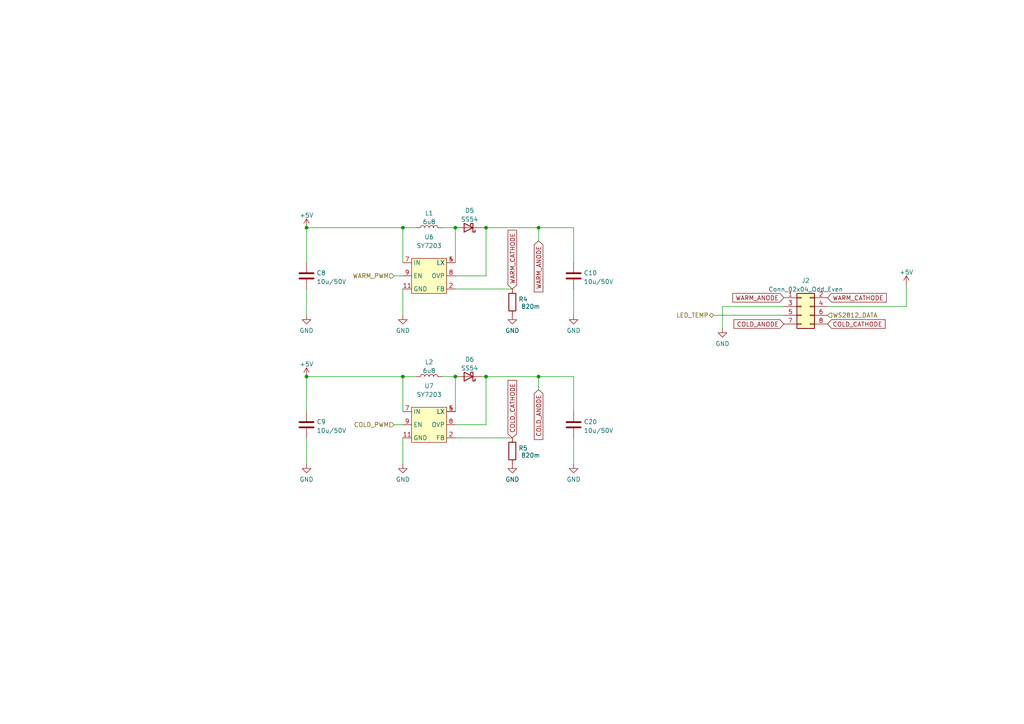
<source format=kicad_sch>
(kicad_sch (version 20230121) (generator eeschema)
  (paper "A4")
  (lib_symbols
    (symbol "Connector_Generic:Conn_02x04_Odd_Even" (pin_names (offset 1.016) hide)
      (property "Reference" "J" (at 1.27 5.08 0))
      (property "Value" "Conn_02x04_Odd_Even" (at 1.27 -7.62 0))
      (symbol "Conn_02x04_Odd_Even_1_1"
        (rectangle (start -1.27 -4.953) (end 0 -5.207) (stroke (width 0.1524)))
        (rectangle (start -1.27 -2.413) (end 0 -2.667) (stroke (width 0.1524)))
        (rectangle (start -1.27 0.127) (end 0 -0.127) (stroke (width 0.1524)))
        (rectangle (start -1.27 2.667) (end 0 2.413) (stroke (width 0.1524)))
        (rectangle (start -1.27 3.81) (end 3.81 -6.35) (stroke (width 0.254)) (fill (type background)))
        (rectangle (start 3.81 -4.953) (end 2.54 -5.207) (stroke (width 0.1524)))
        (rectangle (start 3.81 -2.413) (end 2.54 -2.667) (stroke (width 0.1524)))
        (rectangle (start 3.81 0.127) (end 2.54 -0.127) (stroke (width 0.1524)))
        (rectangle (start 3.81 2.667) (end 2.54 2.413) (stroke (width 0.1524)))
        (pin passive line (at -5.08 2.54 0) (length 3.81) (name "Pin_1") (number "1"))
        (pin passive line (at 7.62 2.54 180) (length 3.81) (name "Pin_2") (number "2"))
        (pin passive line (at -5.08 0 0) (length 3.81) (name "Pin_3") (number "3"))
        (pin passive line (at 7.62 0 180) (length 3.81) (name "Pin_4") (number "4"))
        (pin passive line (at -5.08 -2.54 0) (length 3.81) (name "Pin_5") (number "5"))
        (pin passive line (at 7.62 -2.54 180) (length 3.81) (name "Pin_6") (number "6"))
        (pin passive line (at -5.08 -5.08 0) (length 3.81) (name "Pin_7") (number "7"))
        (pin passive line (at 7.62 -5.08 180) (length 3.81) (name "Pin_8") (number "8"))
      )
    )
    (symbol "Device:C" (pin_numbers hide) (pin_names (offset 0.254))
      (property "Reference" "C" (at 0.635 2.54 0))
      (property "Value" "C" (at 0.635 -2.54 0))
      (symbol "C_0_1"
        (polyline (pts (xy -2.032 -0.762) (xy 2.032 -0.762)) (stroke (width 0.508)))
        (polyline (pts (xy -2.032 0.762) (xy 2.032 0.762)) (stroke (width 0.508)))
      )
      (symbol "C_1_1"
        (pin passive line (at 0 3.81 270) (length 2.794) (name "~") (number "1"))
        (pin passive line (at 0 -3.81 90) (length 2.794) (name "~") (number "2"))
      )
    )
    (symbol "Device:D_Schottky" (pin_numbers hide) (pin_names (offset 1.016) hide)
      (property "Reference" "D" (at 0 2.54 0))
      (property "Value" "D_Schottky" (at 0 -2.54 0))
      (symbol "D_Schottky_0_1"
        (polyline (pts (xy 1.27 0) (xy -1.27 0)))
        (polyline (pts (xy 1.27 1.27) (xy 1.27 -1.27) (xy -1.27 0) (xy 1.27 1.27)) (stroke (width 0.254)))
        (polyline (pts (xy -1.905 0.635) (xy -1.905 1.27) (xy -1.27 1.27) (xy -1.27 -1.27) (xy -0.635 -1.27) (xy -0.635 -0.635)) (stroke (width 0.254)))
      )
      (symbol "D_Schottky_1_1"
        (pin passive line (at -3.81 0 0) (length 2.54) (name "K") (number "1"))
        (pin passive line (at 3.81 0 180) (length 2.54) (name "A") (number "2"))
      )
    )
    (symbol "Device:L" (pin_numbers hide) (pin_names (offset 1.016) hide)
      (property "Reference" "L" (at -1.27 0 90))
      (property "Value" "L" (at 1.905 0 90))
      (symbol "L_0_1"
        (arc (start 0 -2.54) (mid 0.6323 -1.905) (end 0 -1.27))
        (arc (start 0 -1.27) (mid 0.6323 -0.635) (end 0 0))
        (arc (start 0 0) (mid 0.6323 0.635) (end 0 1.27))
        (arc (start 0 1.27) (mid 0.6323 1.905) (end 0 2.54))
      )
      (symbol "L_1_1"
        (pin passive line (at 0 3.81 270) (length 1.27) (name "1") (number "1"))
        (pin passive line (at 0 -3.81 90) (length 1.27) (name "2") (number "2"))
      )
    )
    (symbol "Device:R" (pin_numbers hide) (pin_names (offset 0))
      (property "Reference" "R" (at 2.032 0 90))
      (property "Value" "R" (at 0 0 90))
      (symbol "R_0_1"
        (rectangle (start -1.016 -2.54) (end 1.016 2.54) (stroke (width 0.254)))
      )
      (symbol "R_1_1"
        (pin passive line (at 0 3.81 270) (length 1.27) (name "~") (number "1"))
        (pin passive line (at 0 -3.81 90) (length 1.27) (name "~") (number "2"))
      )
    )
    (symbol "PaLampa_Library:SY7203"
      (property "Reference" "U?" (at 0 11.2658 0))
      (property "Value" "SY7203" (at 0 8.7289 0))
      (symbol "SY7203_0_1"
        (rectangle (start -5.08 5.08) (end 5.08 -5.08) (stroke (width 0.1524)) (fill (type background)))
      )
      (symbol "SY7203_1_1"
        (pin input line (at -7.62 -3.81 0) (length 2.54) (name "GND") (number "11"))
        (pin input line (at 7.62 -3.81 180) (length 2.54) (name "FB") (number "2"))
        (pin input line (at 7.62 3.81 180) (length 2.54) (name "LX") (number "4"))
        (pin input line (at 7.62 3.81 180) (length 2.54) (name "LX") (number "5"))
        (pin input line (at -7.62 3.81 0) (length 2.54) (name "IN") (number "7"))
        (pin input line (at 7.62 0 180) (length 2.54) (name "OVP") (number "8"))
        (pin input line (at -7.62 0 0) (length 2.54) (name "EN") (number "9"))
      )
    )
    (symbol "power:+5V" (power) (pin_names (offset 0))
      (property "Value" "+5V" (at 0 3.556 0))
      (symbol "+5V_0_1"
        (polyline (pts (xy -0.762 1.27) (xy 0 2.54)))
        (polyline (pts (xy 0 0) (xy 0 2.54)))
        (polyline (pts (xy 0 2.54) (xy 0.762 1.27)))
      )
      (symbol "+5V_1_1"
        (pin power_in line (at 0 0 90) (length 0) hide (name "+5V") (number "1"))
      )
    )
    (symbol "power:GND" (power) (pin_names (offset 0))
      (property "Value" "GND" (at 0 -3.81 0))
      (symbol "GND_0_1"
        (polyline (pts (xy 0 0) (xy 0 -1.27) (xy 1.27 -1.27) (xy 0 -2.54) (xy -1.27 -1.27) (xy 0 -1.27)))
      )
      (symbol "GND_1_1"
        (pin power_in line (at 0 0 270) (length 0) hide (name "GND") (number "1"))
      )
    )
  )
  (junction (at 132.08 66.04))
  (junction (at 116.84 109.22))
  (junction (at 132.08 109.22))
  (junction (at 88.9 66.04))
  (junction (at 156.21 109.22))
  (junction (at 140.97 109.22))
  (junction (at 88.9 109.22))
  (junction (at 116.84 66.04))
  (junction (at 140.97 66.04))
  (junction (at 156.21 66.04))
  (wire (pts (xy 156.21 109.22) (xy 166.37 109.22)))
  (wire (pts (xy 88.9 66.04) (xy 88.9 76.2)))
  (wire (pts (xy 88.9 109.22) (xy 88.9 119.38)))
  (wire (pts (xy 166.37 83.82) (xy 166.37 91.44)))
  (wire (pts (xy 207.01 91.44) (xy 227.33 91.44)))
  (wire (pts (xy 88.9 66.04) (xy 116.84 66.04)))
  (wire (pts (xy 116.84 83.82) (xy 116.84 91.44)))
  (wire (pts (xy 209.55 88.9) (xy 209.55 95.25)))
  (wire (pts (xy 156.21 66.04) (xy 166.37 66.04)))
  (wire (pts (xy 88.9 127) (xy 88.9 134.62)))
  (wire (pts (xy 132.08 109.22) (xy 128.27 109.22)))
  (wire (pts (xy 132.08 66.04) (xy 128.27 66.04)))
  (wire (pts (xy 262.89 88.9) (xy 240.03 88.9)))
  (wire (pts (xy 116.84 109.22) (xy 120.65 109.22)))
  (wire (pts (xy 114.3 80.01) (xy 116.84 80.01)))
  (wire (pts (xy 166.37 66.04) (xy 166.37 76.2)))
  (wire (pts (xy 116.84 66.04) (xy 120.65 66.04)))
  (wire (pts (xy 140.97 80.01) (xy 140.97 66.04)))
  (wire (pts (xy 116.84 66.04) (xy 116.84 76.2)))
  (wire (pts (xy 262.89 82.55) (xy 262.89 88.9)))
  (wire (pts (xy 156.21 109.22) (xy 156.21 113.03)))
  (wire (pts (xy 132.08 119.38) (xy 132.08 109.22)))
  (wire (pts (xy 140.97 123.19) (xy 140.97 109.22)))
  (wire (pts (xy 116.84 127) (xy 116.84 134.62)))
  (wire (pts (xy 132.08 80.01) (xy 140.97 80.01)))
  (wire (pts (xy 132.08 83.82) (xy 148.59 83.82)))
  (wire (pts (xy 140.97 109.22) (xy 156.21 109.22)))
  (wire (pts (xy 139.7 66.04) (xy 140.97 66.04)))
  (wire (pts (xy 116.84 109.22) (xy 116.84 119.38)))
  (wire (pts (xy 139.7 109.22) (xy 140.97 109.22)))
  (wire (pts (xy 132.08 127) (xy 148.59 127)))
  (wire (pts (xy 156.21 66.04) (xy 156.21 69.85)))
  (wire (pts (xy 140.97 66.04) (xy 156.21 66.04)))
  (wire (pts (xy 114.3 123.19) (xy 116.84 123.19)))
  (wire (pts (xy 132.08 76.2) (xy 132.08 66.04)))
  (wire (pts (xy 88.9 109.22) (xy 116.84 109.22)))
  (wire (pts (xy 166.37 109.22) (xy 166.37 119.38)))
  (wire (pts (xy 88.9 83.82) (xy 88.9 91.44)))
  (wire (pts (xy 132.08 123.19) (xy 140.97 123.19)))
  (wire (pts (xy 227.33 88.9) (xy 209.55 88.9)))
  (wire (pts (xy 166.37 127) (xy 166.37 134.62)))
  (global_label "COLD_CATHODE" (shape input) (at 148.59 127 90) (property "Intersheetrefs" "${INTERSHEET_REFS}" (effects hide)))
  (global_label "WARM_ANODE" (shape input) (at 156.21 69.85 270) (property "Intersheetrefs" "${INTERSHEET_REFS}" (effects hide)))
  (global_label "COLD_ANODE" (shape input) (at 156.21 113.03 270) (property "Intersheetrefs" "${INTERSHEET_REFS}" (effects hide)))
  (global_label "WARM_CATHODE" (shape input) (at 240.03 86.36 0) (property "Intersheetrefs" "${INTERSHEET_REFS}" (effects hide)))
  (global_label "COLD_CATHODE" (shape input) (at 240.03 93.98 0) (property "Intersheetrefs" "${INTERSHEET_REFS}" (effects hide)))
  (global_label "WARM_CATHODE" (shape input) (at 148.59 83.82 90) (property "Intersheetrefs" "${INTERSHEET_REFS}" (effects hide)))
  (global_label "WARM_ANODE" (shape input) (at 227.33 86.36 180) (property "Intersheetrefs" "${INTERSHEET_REFS}" (effects hide)))
  (global_label "COLD_ANODE" (shape input) (at 227.33 93.98 180) (property "Intersheetrefs" "${INTERSHEET_REFS}" (effects hide)))
  (hierarchical_label "COLD_PWM" (shape input) (at 114.3 123.19 180))
  (hierarchical_label "WARM_PWM" (shape input) (at 114.3 80.01 180))
  (hierarchical_label "LED_TEMP" (shape bidirectional) (at 207.01 91.44 180))
  (hierarchical_label "WS2812_DATA" (shape input) (at 240.03 91.44 0))
  (symbol (lib_id "power:GND") (at 148.59 134.62 0) (unit 1)
    (property "Reference" "#PWR0112" (effects hide))
    (property "Value" "GND" (at 148.59 139.0634 0))
  )
  (symbol (lib_id "power:GND") (at 88.9 134.62 0) (unit 1)
    (property "Reference" "#PWR0119" (effects hide))
    (property "Value" "GND" (at 88.9 139.0634 0))
  )
  (symbol (lib_id "Device:L") (at 124.46 66.04 90) (unit 1)
    (property "Reference" "L1" (at 124.46 61.8322 90))
    (property "Value" "6u8" (at 124.46 64.3691 90))
    (property "Footprint" "PaLampa_Library:L_Cenker_CKCS5040" (effects hide))
    (property "LCSC" "C354608" (effects hide))
  )
  (symbol (lib_id "Device:D_Schottky") (at 135.89 109.22 180) (unit 1)
    (property "Reference" "D6" (at 136.2075 104.2502 0))
    (property "Value" "SS54" (at 136.2075 106.7871 0))
    (property "Footprint" "Diode_SMD:D_SMA" (effects hide))
    (property "LCSC" "C22452" (effects hide))
  )
  (symbol (lib_id "Device:D_Schottky") (at 135.89 66.04 180) (unit 1)
    (property "Reference" "D5" (at 136.2075 61.0702 0))
    (property "Value" "SS54" (at 136.2075 63.6071 0))
    (property "Footprint" "Diode_SMD:D_SMA" (effects hide))
    (property "LCSC" "C22452" (effects hide))
  )
  (symbol (lib_id "power:GND") (at 166.37 134.62 0) (unit 1)
    (property "Reference" "#PWR0111" (effects hide))
    (property "Value" "GND" (at 166.37 139.0634 0))
  )
  (symbol (lib_id "Device:C") (at 166.37 123.19 0) (unit 1)
    (property "Reference" "C20" (at 169.291 122.3553 0) (effects (justify left)))
    (property "Value" "10u/50V" (at 169.291 124.8922 0) (effects (justify left)))
    (property "Footprint" "Capacitor_SMD:C_1206_3216Metric" (effects hide))
    (property "LCSC" "C13585" (effects hide))
  )
  (symbol (lib_id "Device:C") (at 166.37 80.01 0) (unit 1)
    (property "Reference" "C10" (at 169.291 79.1753 0) (effects (justify left)))
    (property "Value" "10u/50V" (at 169.291 81.7122 0) (effects (justify left)))
    (property "Footprint" "Capacitor_SMD:C_1206_3216Metric" (effects hide))
    (property "LCSC" "C13585" (effects hide))
  )
  (symbol (lib_id "Connector_Generic:Conn_02x04_Odd_Even") (at 232.41 88.9 0) (unit 1)
    (property "Reference" "J2" (at 233.68 81.3902 0))
    (property "Value" "Conn_02x04_Odd_Even" (at 233.68 83.9271 0))
    (property "Footprint" "Connector_IDC:IDC-Header_2x04_P2.54mm_Vertical" (effects hide))
  )
  (symbol (lib_id "power:GND") (at 116.84 134.62 0) (unit 1)
    (property "Reference" "#PWR0120" (effects hide))
    (property "Value" "GND" (at 116.84 139.0634 0))
  )
  (symbol (lib_id "Device:L") (at 124.46 109.22 90) (unit 1)
    (property "Reference" "L2" (at 124.46 105.0122 90))
    (property "Value" "6u8" (at 124.46 107.5491 90))
    (property "Footprint" "PaLampa_Library:L_Cenker_CKCS5040" (effects hide))
    (property "LCSC" "C354608" (effects hide))
  )
  (symbol (lib_id "power:GND") (at 148.59 91.44 0) (unit 1)
    (property "Reference" "#PWR0122" (effects hide))
    (property "Value" "GND" (at 148.59 95.8834 0))
  )
  (symbol (lib_id "PaLampa_Library:SY7203") (at 124.46 123.19 0) (unit 1)
    (property "Reference" "U7" (at 124.46 111.9242 0))
    (property "Value" "SY7203" (at 124.46 114.4611 0))
    (property "Footprint" "PaLampa_Library:DFN-10-1EP_3x3mm_P0.5mm_EP1.75x2.6mm" (effects hide))
    (property "LCSC" "C125894" (effects hide))
  )
  (symbol (lib_id "Device:C") (at 88.9 123.19 0) (unit 1)
    (property "Reference" "C9" (at 91.821 122.3553 0) (effects (justify left)))
    (property "Value" "10u/50V" (at 91.821 124.8922 0) (effects (justify left)))
    (property "Footprint" "Capacitor_SMD:C_1206_3216Metric" (effects hide))
    (property "LCSC" "C13585" (effects hide))
  )
  (symbol (lib_id "power:GND") (at 166.37 91.44 0) (unit 1)
    (property "Reference" "#PWR0121" (effects hide))
    (property "Value" "GND" (at 166.37 95.8834 0))
  )
  (symbol (lib_id "PaLampa_Library:SY7203") (at 124.46 80.01 0) (unit 1)
    (property "Reference" "U6" (at 124.46 68.7442 0))
    (property "Value" "SY7203" (at 124.46 71.2811 0))
    (property "Footprint" "PaLampa_Library:DFN-10-1EP_3x3mm_P0.5mm_EP1.75x2.6mm" (effects hide))
    (property "LCSC" "C125894" (effects hide))
  )
  (symbol (lib_id "power:GND") (at 88.9 91.44 0) (unit 1)
    (property "Reference" "#PWR0114" (effects hide))
    (property "Value" "GND" (at 88.9 95.8834 0))
  )
  (symbol (lib_id "Device:R") (at 148.59 87.63 0) (unit 1)
    (property "Reference" "R4" (at 150.368 86.7953 0) (effects (justify left)))
    (property "Value" "820m" (at 151.13 88.9 0) (effects (justify left)))
    (property "Footprint" "Resistor_SMD:R_1206_3216Metric" (effects hide))
    (property "LCSC" "C175854" (effects hide))
  )
  (symbol (lib_id "Device:R") (at 148.59 130.81 0) (unit 1)
    (property "Reference" "R5" (at 150.368 129.9753 0) (effects (justify left)))
    (property "Value" "820m" (at 151.13 132.08 0) (effects (justify left)))
    (property "Footprint" "Resistor_SMD:R_1206_3216Metric" (effects hide))
    (property "LCSC" "C175854" (effects hide))
  )
  (symbol (lib_id "power:GND") (at 116.84 91.44 0) (unit 1)
    (property "Reference" "#PWR0117" (effects hide))
    (property "Value" "GND" (at 116.84 95.8834 0))
  )
  (symbol (lib_id "power:GND") (at 209.55 95.25 0) (unit 1)
    (property "Reference" "#PWR0126" (effects hide))
    (property "Value" "GND" (at 209.55 99.6934 0))
  )
  (symbol (lib_id "power:+5V") (at 262.89 82.55 0) (unit 1)
    (property "Reference" "#PWR0127" (effects hide))
    (property "Value" "+5V" (at 262.89 78.9742 0))
  )
  (symbol (lib_id "power:+5V") (at 88.9 109.22 0) (unit 1)
    (property "Reference" "#PWR0118" (effects hide))
    (property "Value" "+5V" (at 88.9 105.6442 0))
  )
  (symbol (lib_id "Device:C") (at 88.9 80.01 0) (unit 1)
    (property "Reference" "C8" (at 91.821 79.1753 0) (effects (justify left)))
    (property "Value" "10u/50V" (at 91.821 81.7122 0) (effects (justify left)))
    (property "Footprint" "Capacitor_SMD:C_1206_3216Metric" (effects hide))
    (property "LCSC" "C13585" (effects hide))
  )
  (symbol (lib_id "power:+5V") (at 88.9 66.04 0) (unit 1)
    (property "Reference" "#PWR0113" (effects hide))
    (property "Value" "+5V" (at 88.9 62.4642 0))
  )
)
</source>
